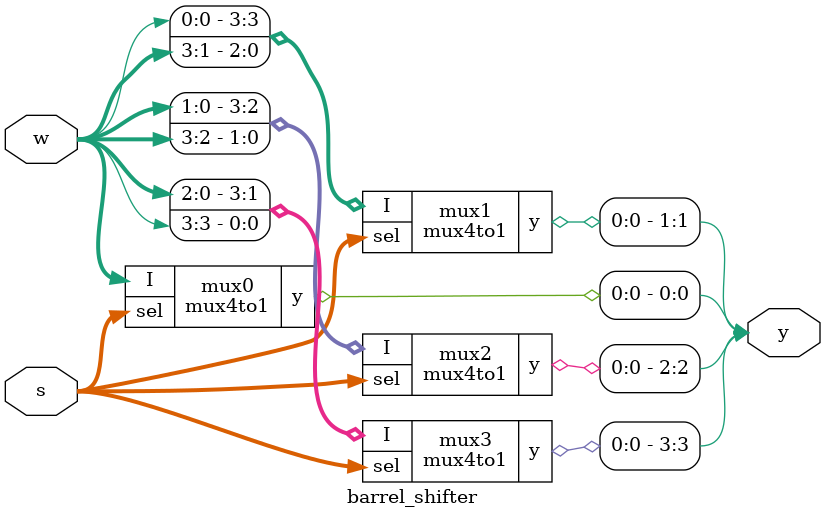
<source format=v>
module mux4to1 (
    input [1:0] sel,
    input [3:0] I,
    output y
);

assign y = (sel == 2'b00) ? I[0] :
           (sel == 2'b01) ? I[1] :
           (sel == 2'b10) ? I[2] :
                            I[3];

endmodule



module barrel_shifter(
    input [3:0] w,
    input [1:0] s,
    output [3:0] y
);

  // y[3] = select from w[3], w[0], w[1], w[2]
  mux4to1 mux3 (.sel(s), .I({w[2], w[1], w[0], w[3]}), .y(y[3]));

  // y[2] = select from w[2], w[3], w[0], w[1]
  mux4to1 mux2 (.sel(s), .I({w[1], w[0], w[3], w[2]}), .y(y[2]));

  // y[1] = select from w[1], w[2], w[3], w[0]
  mux4to1 mux1 (.sel(s), .I({w[0], w[3], w[2], w[1]}), .y(y[1]));

  // y[0] = select from w[0], w[1], w[2], w[3]
  mux4to1 mux0 (.sel(s), .I({w[3], w[2], w[1], w[0]}), .y(y[0]));

endmodule

</source>
